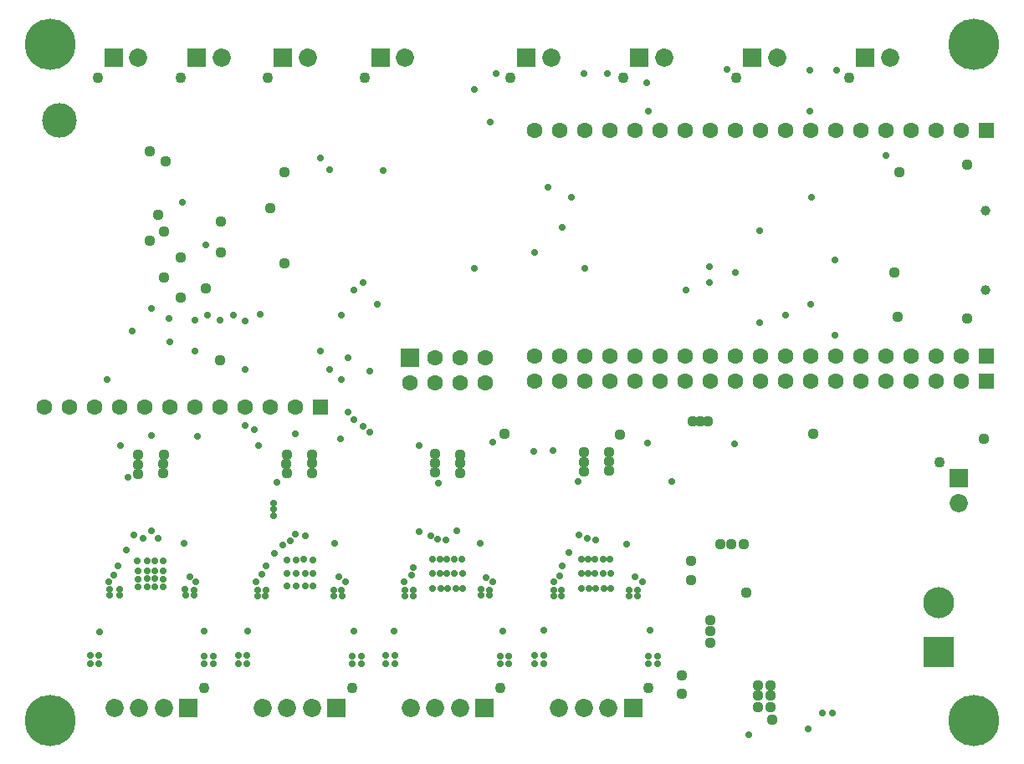
<source format=gbr>
G04 DipTrace 4.1.3.1*
G04 BottomMask.gbr*
%MOIN*%
G04 #@! TF.FileFunction,Soldermask,Bot*
G04 #@! TF.Part,Single*
%ADD59C,0.043307*%
%ADD60C,0.137795*%
%ADD61C,0.03937*%
%ADD67C,0.043937*%
%ADD69C,0.027559*%
%ADD83C,0.123937*%
%ADD85R,0.123937X0.123937*%
%ADD95C,0.203937*%
%ADD101C,0.062992*%
%ADD103R,0.073937X0.073937*%
%ADD105C,0.062992*%
%ADD107R,0.062992X0.062992*%
%ADD109C,0.072835*%
%ADD111R,0.072835X0.072835*%
%FSLAX26Y26*%
G04*
G70*
G90*
G75*
G01*
G04 BotMask*
%LPD*%
D69*
X1023619Y792549D3*
X960000Y1224500D3*
X408500D3*
X433068Y807087D3*
X2133000Y1203000D3*
X2195735Y795395D3*
X960000Y1224500D3*
X2195735Y795395D3*
X1599134Y880365D3*
Y1224500D3*
X2059054Y1993961D3*
X1881249Y2512499D3*
X2059054Y1993961D3*
X2056249Y1201500D3*
X1599134Y880365D3*
D67*
X1006255Y2168751D3*
X3004724Y129134D3*
X2901575Y637795D3*
D69*
X948000Y679000D3*
X906500Y1305000D3*
X1339000Y1328000D3*
Y1843751D3*
X2662500D3*
X462598Y866142D3*
X438000Y1097500D3*
X2233500Y1079000D3*
X2236500Y865500D3*
X1054500Y826154D3*
X1032000Y1077000D3*
X1645500Y864000D3*
X1674500Y1072000D3*
X2606249Y1079000D3*
X2512500Y2556249D3*
X3156249D3*
Y2718750D3*
X362500Y680500D3*
X356249Y1487500D3*
X1288000D3*
Y1743751D3*
X3059054D3*
X455945Y1681251D3*
X2956249Y1712500D3*
X1314000Y1574989D3*
Y1356500D3*
X531495Y1264970D3*
Y883079D3*
X2168751Y2093751D3*
X2756249Y1937500D3*
X2956925Y2080575D3*
X2859054Y1912500D3*
X2256251Y2706249D3*
X2506249Y2668751D3*
X1576000Y738000D3*
X1456251Y2318749D3*
X3459054Y2381251D3*
X2167791Y744094D3*
X2206249Y2212500D3*
X3162500D3*
X988189Y744094D3*
X943500Y1285500D3*
X1375500Y1301000D3*
Y1875000D3*
X2756249D3*
X2134734Y679091D3*
X2112320Y2251873D3*
X1540500Y679000D3*
X1431577Y1785710D3*
X3159054D3*
X1403500Y1518967D3*
Y1276000D3*
X1106500Y1268500D3*
Y868500D3*
D67*
X804307Y1562500D3*
D69*
X805587Y1725000D3*
D67*
X1062500Y1950000D3*
Y2312500D3*
D69*
X606255Y1637500D3*
X3256249Y1664249D3*
X602537Y1728713D3*
X2259054Y1931249D3*
X1818751D3*
Y2643749D3*
X706255Y1725004D3*
X1206249Y1599199D3*
Y2368749D3*
X706255Y1599199D3*
X906255Y1718755D3*
X1243751Y1525917D3*
Y2325001D3*
X906255Y1525917D3*
X1705500Y846500D3*
D67*
X1937500Y1270500D3*
X2400000Y1266000D3*
D69*
X2301342Y848264D3*
D67*
X558000Y2143000D3*
X589000Y2358000D3*
X524000Y2040232D3*
Y2397997D3*
X581249Y2075201D3*
Y1893751D3*
D69*
X750000Y2025000D3*
D67*
Y1851001D3*
X808529Y2117004D3*
Y1994529D3*
X650000Y1972004D3*
Y1812500D3*
D69*
X2487500Y679500D3*
X2508500Y1232000D3*
X716819Y1260000D3*
X710000Y680000D3*
X1891500Y679000D3*
X1892500Y1237500D3*
X1305500Y681000D3*
X1286500Y1250000D3*
X2856249Y1230500D3*
X2508500Y1232000D3*
X404000Y649000D3*
D67*
X2800000Y831249D3*
X2843751D3*
D69*
X366000Y649000D3*
X322835Y385827D3*
Y354331D3*
X287402Y385827D3*
Y354331D3*
X702000Y648000D3*
X667000Y648500D3*
X702000Y626000D3*
X668000Y625500D3*
X777433Y385000D3*
Y353504D3*
X742000Y385000D3*
Y353504D3*
X398000Y744000D3*
X741136Y483705D3*
X326000Y481000D3*
X661500Y832500D3*
D67*
X581000Y1186000D3*
X580000Y1150000D3*
Y1112000D3*
X480000Y1186000D3*
X479000Y1148000D3*
X480000Y1110000D3*
X1171551Y1187969D3*
X1170551Y1151969D3*
Y1113969D3*
X1070551Y1187969D3*
X1069551Y1149969D3*
X1070551Y1111969D3*
X1762102Y1187969D3*
X1761102Y1151969D3*
Y1113969D3*
X1661000Y1190500D3*
X1662500Y1155000D3*
X1661500Y1117500D3*
X2356591Y1195843D3*
X2355591Y1159843D3*
Y1121843D3*
X2255591Y1195843D3*
X2254591Y1157843D3*
X2255591Y1119843D3*
D69*
X2425000Y830000D3*
X1842000Y834000D3*
X1261000Y832000D3*
X913386Y385827D3*
Y354331D3*
X877953Y385827D3*
Y354331D3*
X1367984Y385000D3*
Y353504D3*
X1332551Y385000D3*
Y353504D3*
X1501969Y385827D3*
Y354331D3*
X1466535Y385827D3*
Y354331D3*
X1956567Y385000D3*
Y353504D3*
X1921134Y385000D3*
Y353504D3*
X2094488Y385827D3*
Y354331D3*
X2059055Y385827D3*
Y354331D3*
X2549087Y385000D3*
Y353504D3*
X2513654Y385000D3*
Y353504D3*
X987402Y646457D3*
X955118Y623909D3*
X986614Y623622D3*
X955118Y646744D3*
X1290051Y648000D3*
X1257551D3*
X1290551Y625000D3*
X1257551D3*
X1575984Y645957D3*
X1543701Y623909D3*
X1575697Y623122D3*
X1543701Y646744D3*
X1879134Y648000D3*
X1846134Y648500D3*
X1879134Y625500D3*
X1846134Y626500D3*
X2166535Y646457D3*
X2134252Y624409D3*
X2165748Y623622D3*
X2134252Y647244D3*
X2469685Y647000D3*
X2436685D3*
X2469685Y625000D3*
X2436685Y624500D3*
X915354Y484252D3*
X1338583D3*
X1500000D3*
X1933071D3*
X2093982Y485244D3*
X2517717Y488189D3*
D67*
X2893751Y831249D3*
X2681249Y762500D3*
Y687500D3*
X2948819Y267717D3*
X3000000D3*
X2948819Y181102D3*
X3000000D3*
X2948819Y228346D3*
X3000000D3*
D69*
X3149606Y94488D3*
X2913386Y70866D3*
X3204724Y157480D3*
X3244094D3*
D67*
X2759843Y527559D3*
Y484252D3*
Y437008D3*
X2750000Y1318751D3*
X2718751D3*
X2687500Y1318749D3*
D69*
X3256249Y1962500D3*
X1906249Y2706249D3*
X2350000D3*
X1018751Y993751D3*
Y968751D3*
Y943751D3*
X3262500Y2718751D3*
X2825000Y2725000D3*
D67*
X3512500Y2312500D3*
X3781249Y2343751D3*
X3506249Y1737500D3*
X3781249Y1731251D3*
X3493751Y1912500D3*
X3168751Y1269685D3*
X3850000Y1250000D3*
D69*
X366000Y626000D3*
X404000D3*
X381500Y706000D3*
X684500Y699000D3*
X560500Y853000D3*
X500500D3*
X973000Y709500D3*
X1085000Y845000D3*
X1145500Y863000D3*
X1279500Y699000D3*
X1748500Y884000D3*
X1673500Y849000D3*
X1568500Y707000D3*
X1865000Y698000D3*
X2159500Y704500D3*
X2269000Y854500D3*
X2460000Y699500D3*
X479000Y691500D3*
X516000Y693000D3*
X546500Y692000D3*
X580500Y691500D3*
X479000Y724500D3*
X476500Y762500D3*
X515500Y763000D3*
X516000Y722000D3*
X579000D3*
X577500Y762000D3*
X544000Y763000D3*
X546500Y724000D3*
D67*
X2645669Y307087D3*
Y232283D3*
D69*
X532720Y1769333D3*
X965144Y1745345D3*
X859226Y1742780D3*
X754492Y1743375D3*
X654782Y2194655D3*
X2244094Y771654D3*
X2271654D3*
X2299213D3*
X2330709D3*
X2358268D3*
X2244094Y712598D3*
X2271654D3*
X2299213D3*
X2330709D3*
X2361205D3*
X2244094Y653543D3*
X2275591D3*
X2303150D3*
X2334646D3*
X2361205Y654543D3*
X1653543Y771654D3*
X1681102D3*
X1708661D3*
X1740157D3*
X1767717D3*
X1653543Y712598D3*
X1681102D3*
X1708661D3*
X1740157D3*
X1771154D3*
X1653543Y653543D3*
X1685039D3*
X1712598D3*
X1744094D3*
X1770654Y654043D3*
X1071000Y767000D3*
X1108000Y767500D3*
X1138000Y769000D3*
X1176000Y767000D3*
X1071000Y713500D3*
X1109500Y713000D3*
X1145000Y712500D3*
X1176000Y714500D3*
X1071500Y663000D3*
X1108000D3*
X1144500Y662000D3*
X1177000Y663000D3*
X480000Y660000D3*
X515500Y660500D3*
X547000Y660000D3*
X580000Y660500D3*
D111*
X679134Y177165D3*
D109*
X580709D3*
X482283D3*
X383858D3*
D59*
X742126Y255906D3*
D111*
X1269685Y177165D3*
D109*
X1171260D3*
X1072835D3*
X974409D3*
D59*
X1332677Y255906D3*
D107*
X3859054Y1480376D3*
D105*
X3759054Y1480372D3*
X3659054Y1480368D3*
X3559054Y1480365D3*
X3459054Y1480361D3*
X3359054Y1480357D3*
X3259054Y1480354D3*
X3159054Y1480350D3*
X3059054Y1480346D3*
X2959054Y1480343D3*
X2859054Y1480339D3*
X2759054Y1480335D3*
X2659054Y1480332D3*
X2559054Y1480328D3*
X2459054Y1480324D3*
X2359054Y1480320D3*
X2259054Y1480317D3*
X2159054Y1480313D3*
X2059054Y1480309D3*
D107*
X3859054Y1580376D3*
D105*
X3759054Y1580372D3*
X3659054Y1580368D3*
X3559054Y1580365D3*
X3459054Y1580361D3*
X3359054Y1580357D3*
X3259054Y1580354D3*
X3159054Y1580350D3*
X3059054Y1580346D3*
X2959054Y1580343D3*
X2859054Y1580339D3*
X2759054Y1580335D3*
X2659054Y1580332D3*
X2559054Y1580328D3*
X2459054Y1580324D3*
X2359054Y1580320D3*
X2259054Y1580317D3*
X2159054Y1580313D3*
X2059054Y1580309D3*
D107*
X3859054Y2480376D3*
D105*
X3759054Y2480372D3*
X3659054Y2480368D3*
X3559054Y2480365D3*
X3459054Y2480361D3*
X3359054Y2480357D3*
X3259054Y2480354D3*
X3159054Y2480350D3*
X3059054Y2480346D3*
X2959054Y2480343D3*
X2859054Y2480339D3*
X2759054Y2480335D3*
X2659054Y2480332D3*
X2559054Y2480328D3*
X2459054Y2480324D3*
X2359054Y2480320D3*
X2259054Y2480317D3*
X2159054Y2480313D3*
X2059054Y2480309D3*
D111*
X1860236Y177165D3*
D109*
X1761811D3*
X1663386D3*
X1564961D3*
D59*
X1923228Y255906D3*
D111*
X2450787Y177165D3*
D109*
X2352362D3*
X2253937D3*
X2155512D3*
D59*
X2513780Y255906D3*
D111*
X1057037Y2770274D3*
D109*
X1155462D3*
D59*
X994045Y2691534D3*
D111*
X713248Y2770273D3*
D109*
X811673Y2770275D3*
D59*
X650257Y2691532D3*
D111*
X382037Y2770274D3*
D109*
X480462D3*
D59*
X319045Y2691534D3*
D111*
X1444538Y2770274D3*
D109*
X1542963D3*
D59*
X1381546Y2691534D3*
D111*
X3375787Y2770274D3*
D109*
X3474213D3*
D59*
X3312795Y2691534D3*
D111*
X2925787Y2770274D3*
D109*
X3024213D3*
D59*
X2862795Y2691534D3*
D111*
X2475787Y2770274D3*
D109*
X2574213D3*
D59*
X2412795Y2691534D3*
D111*
X2025789Y2770274D3*
D109*
X2124214D3*
D59*
X1962797Y2691534D3*
D111*
X3750000Y1092963D3*
D109*
Y994538D3*
D59*
X3671260Y1155955D3*
D103*
X1560790Y1574989D3*
D101*
X1560798Y1474989D3*
X1660790Y1574996D3*
X1660798Y1474996D3*
X1760790Y1575004D3*
X1760798Y1475004D3*
X1860790Y1575011D3*
X1860798Y1475011D3*
D95*
X127953Y127953D3*
Y2824803D3*
X3809055D3*
Y127953D3*
D107*
X1206255Y1377215D3*
D105*
X1106255D3*
X1006255D3*
X906255D3*
X806255D3*
X706255D3*
X606255D3*
X506255D3*
X406264D3*
X306264D3*
X206264D3*
X106264D3*
D60*
X164123Y2518948D3*
D61*
X3856693Y1844748D3*
Y2159709D3*
D85*
X3670029Y399705D3*
D83*
Y596555D3*
M02*

</source>
